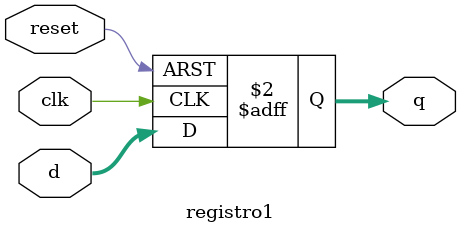
<source format=v>
module registro1(
    input  wire             clk,    // Clock signal
    input  wire             reset,  // Reset signal
    input  wire [31:0] d,      // Data input
    output reg  [31:0] q       // Data output
);
  always @(posedge clk or posedge reset) begin
    if (reset) begin
      q <= 32'b0;  // Reset output to zero
    end else begin
      q <= d;  // Update output with input data
    end
  end
endmodule

</source>
